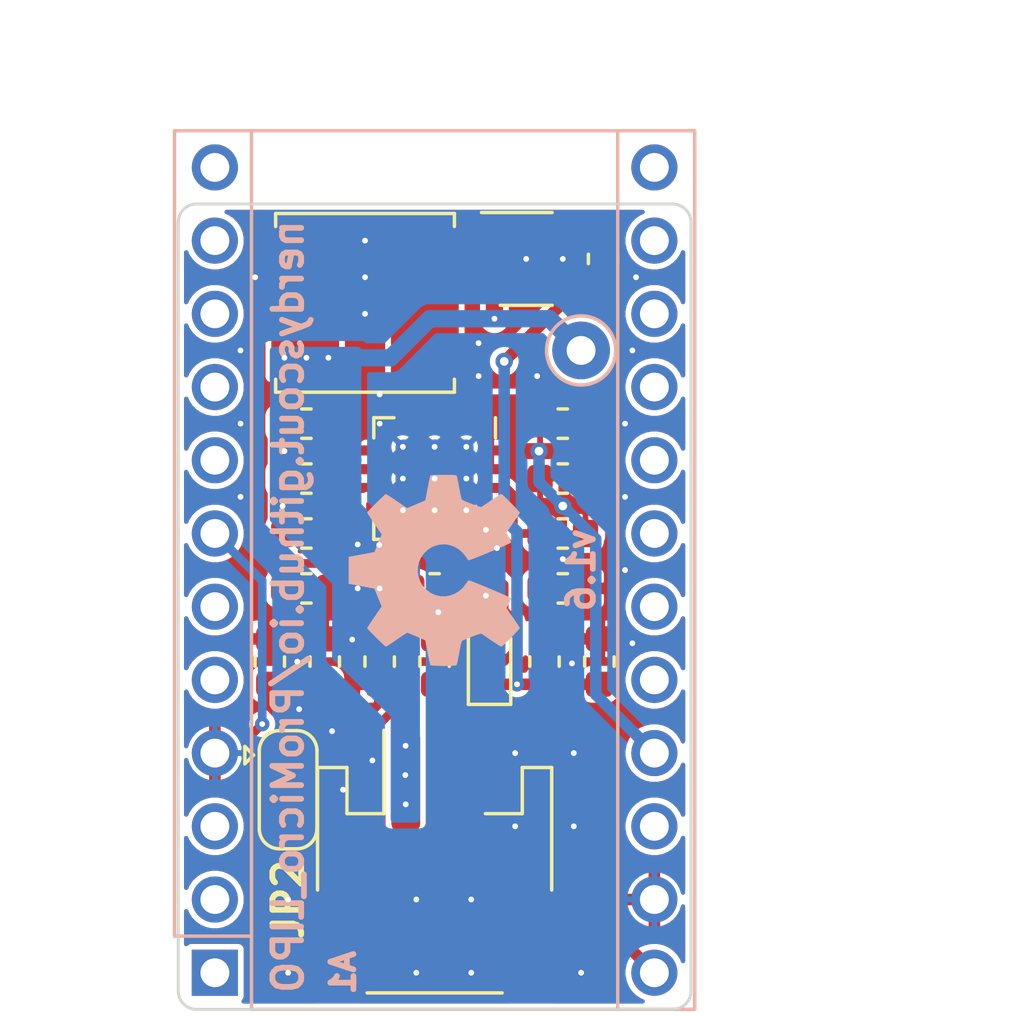
<source format=kicad_pcb>
(kicad_pcb (version 20171130) (host pcbnew 5.1.5+dfsg1-2build2)
  (title_block (title ProMicro_LIPO) (date 2020-07-06) (rev v1.6) (company http://github.com/nerdyscout/ProMicro_LIPO) (comment 1 "CERN Open Hardware Licence v1.2"))
  (layers (0 F.Cu mixed) (31 B.Cu mixed) (34 B.Paste user) (35 F.Paste user) (36 B.SilkS user) (37 F.SilkS user) (38 B.Mask user) (39 F.Mask user) (44 Edge.Cuts user))
  (net 0 "")
  (net 1 GND)
  (net 2 "Net-(L1-Pad2)")
  (net 3 "Net-(D1-Pad2)")
  (net 4 "Net-(R3-Pad2)")
  (net 5 "Net-(R5-Pad2)")
  (net 6 VBUS)
  (net 7 D4)
  (net 8 "Net-(R7-Pad2)")
  (net 9 "Net-(JP2-Pad1)")
  (net 10 +3V3)
  (net 11 VIN)
  (net 12 VBAT)
  (net 13 LDO)
  (net 14 EN)
  (module Symbol:OSHW-Symbol_6.7x6mm_SilkScreen (layer B.Cu) (at 70.993 100.965 270)
    (fp_text reference LOGO1 hide)
    (fp_text value Logo_Open_Hardware_Small hide)
    (fp_poly (pts (xy 0.555814 2.531069) (xy 0.639635 2.086445) (xy 0.94892 1.958947) (xy 1.258206 1.831449) (xy 1.629246 2.083754) (xy 1.733157 2.154004) (xy 1.827087 2.216728) (xy 1.906652 2.269062) (xy 1.96747 2.308143) (xy 2.005157 2.331107) (xy 2.015421 2.336058) (xy 2.03391 2.323324) (xy 2.07342 2.288118) (xy 2.129522 2.234938) (xy 2.197787 2.168282) (xy 2.273786 2.092646) (xy 2.353092 2.012528) (xy 2.431275 1.932426) (xy 2.503907 1.856836) (xy 2.566559 1.790255) (xy 2.614803 1.737182) (xy 2.64421 1.702113) (xy 2.651241 1.690377) (xy 2.641123 1.66874) (xy 2.612759 1.621338) (xy 2.569129 1.552807) (xy 2.513218 1.467785) (xy 2.448006 1.370907) (xy 2.410219 1.31565) (xy 2.341343 1.214752) (xy 2.28014 1.123701) (xy 2.229578 1.04703) (xy 2.192628 0.989272) (xy 2.172258 0.954957) (xy 2.169197 0.947746) (xy 2.176136 0.927252) (xy 2.195051 0.879487) (xy 2.223087 0.811168) (xy 2.257391 0.729011) (xy 2.295109 0.63973) (xy 2.333387 0.550042) (xy 2.36937 0.466662) (xy 2.400206 0.396306) (xy 2.423039 0.34569) (xy 2.435017 0.321529) (xy 2.435724 0.320578) (xy 2.454531 0.315964) (xy 2.504618 0.305672) (xy 2.580793 0.290713) (xy 2.677865 0.272099) (xy 2.790643 0.250841) (xy 2.856442 0.238582) (xy 2.97695 0.215638) (xy 3.085797 0.193805) (xy 3.177476 0.174278) (xy 3.246481 0.158252) (xy 3.287304 0.146921) (xy 3.295511 0.143326) (xy 3.303548 0.118994) (xy 3.310033 0.064041) (xy 3.31497 -0.015108) (xy 3.318364 -0.112026) (xy 3.320218 -0.220287) (xy 3.320538 -0.333465) (xy 3.319327 -0.445135) (xy 3.31659 -0.548868) (xy 3.312331 -0.638241) (xy 3.306555 -0.706826) (xy 3.299267 -0.748197) (xy 3.294895 -0.75681) (xy 3.268764 -0.767133) (xy 3.213393 -0.781892) (xy 3.136107 -0.799352) (xy 3.04423 -0.81778) (xy 3.012158 -0.823741) (xy 2.857524 -0.852066) (xy 2.735375 -0.874876) (xy 2.641673 -0.89308) (xy 2.572384 -0.907583) (xy 2.523471 -0.919292) (xy 2.490897 -0.929115) (xy 2.470628 -0.937956) (xy 2.458626 -0.946724) (xy 2.456947 -0.948457) (xy 2.440184 -0.976371) (xy 2.414614 -1.030695) (xy 2.382788 -1.104777) (xy 2.34726 -1.191965) (xy 2.310583 -1.285608) (xy 2.275311 -1.379052) (xy 2.243996 -1.465647) (xy 2.219193 -1.53874) (xy 2.203454 -1.591678) (xy 2.199332 -1.617811) (xy 2.199676 -1.618726) (xy 2.213641 -1.640086) (xy 2.245322 -1.687084) (xy 2.291391 -1.754827) (xy 2.348518 -1.838423) (xy 2.413373 -1.932982) (xy 2.431843 -1.959854) (xy 2.497699 -2.057275) (xy 2.55565 -2.146163) (xy 2.602538 -2.221412) (xy 2.635207 -2.27792) (xy 2.6505 -2.310581) (xy 2.651241 -2.314593) (xy 2.638392 -2.335684) (xy 2.602888 -2.377464) (xy 2.549293 -2.435445) (xy 2.482171 -2.505135) (xy 2.406087 -2.582045) (xy 2.325604 -2.661683) (xy 2.245287 -2.739561) (xy 2.169699 -2.811186) (xy 2.103405 -2.87207) (xy 2.050969 -2.917721) (xy 2.016955 -2.94365) (xy 2.007545 -2.947883) (xy 1.985643 -2.937912) (xy 1.9408 -2.91102) (xy 1.880321 -2.871736) (xy 1.833789 -2.840117) (xy 1.749475 -2.782098) (xy 1.649626 -2.713784) (xy 1.549473 -2.645579) (xy 1.495627 -2.609075) (xy 1.313371 -2.4858) (xy 1.160381 -2.56852) (xy 1.090682 -2.604759) (xy 1.031414 -2.632926) (xy 0.991311 -2.648991) (xy 0.981103 -2.651226) (xy 0.968829 -2.634722) (xy 0.944613 -2.588082) (xy 0.910263 -2.515609) (xy 0.867588 -2.421606) (xy 0.818394 -2.310374) (xy 0.76449 -2.186215) (xy 0.707684 -2.053432) (xy 0.649782 -1.916327) (xy 0.592593 -1.779202) (xy 0.537924 -1.646358) (xy 0.487584 -1.522098) (xy 0.44338 -1.410725) (xy 0.407119 -1.316539) (xy 0.380609 -1.243844) (xy 0.365658 -1.196941) (xy 0.363254 -1.180833) (xy 0.382311 -1.160286) (xy 0.424036 -1.126933) (xy 0.479706 -1.087702) (xy 0.484378 -1.084599) (xy 0.628264 -0.969423) (xy 0.744283 -0.835053) (xy 0.83143 -0.685784) (xy 0.888699 -0.525913) (xy 0.915086 -0.359737) (xy 0.909585 -0.191552) (xy 0.87119 -0.025655) (xy 0.798895 0.133658) (xy 0.777626 0.168513) (xy 0.666996 0.309263) (xy 0.536302 0.422286) (xy 0.390064 0.506997) (xy 0.232808 0.562806) (xy 0.069057 0.589126) (xy -0.096667 0.58537) (xy -0.259838 0.55095) (xy -0.415935 0.485277) (xy -0.560433 0.387765) (xy -0.605131 0.348187) (xy -0.718888 0.224297) (xy -0.801782 0.093876) (xy -0.858644 -0.052315) (xy -0.890313 -0.197088) (xy -0.898131 -0.35986) (xy -0.872062 -0.52344) (xy -0.814755 -0.682298) (xy -0.728856 -0.830906) (xy -0.617014 -0.963735) (xy -0.481877 -1.075256) (xy -0.464117 -1.087011) (xy -0.40785 -1.125508) (xy -0.365077 -1.158863) (xy -0.344628 -1.18016) (xy -0.344331 -1.180833) (xy -0.348721 -1.203871) (xy -0.366124 -1.256157) (xy -0.394732 -1.33339) (xy -0.432735 -1.431268) (xy -0.478326 -1.545491) (xy -0.529697 -1.671758) (xy -0.585038 -1.805767) (xy -0.642542 -1.943218) (xy -0.700399 -2.079808) (xy -0.756802 -2.211237) (xy -0.809942 -2.333205) (xy -0.85801 -2.441409) (xy -0.899199 -2.531549) (xy -0.931699 -2.599323) (xy -0.953703 -2.64043) (xy -0.962564 -2.651226) (xy -0.98964 -2.642819) (xy -1.040303 -2.620272) (xy -1.105817 -2.587613) (xy -1.141841 -2.56852) (xy -1.294832 -2.4858) (xy -1.477088 -2.609075) (xy -1.570125 -2.672228) (xy -1.671985 -2.741727) (xy -1.767438 -2.807165) (xy -1.81525 -2.840117) (xy -1.882495 -2.885273) (xy -1.939436 -2.921057) (xy -1.978646 -2.942938) (xy -1.991381 -2.947563) (xy -2.009917 -2.935085) (xy -2.050941 -2.900252) (xy -2.110475 -2.846678) (xy -2.184542 -2.777983) (xy -2.269165 -2.697781) (xy -2.322685 -2.646286) (xy -2.416319 -2.554286) (xy -2.497241 -2.471999) (xy -2.562177 -2.402945) (xy -2.607858 -2.350644) (xy -2.631011 -2.318616) (xy -2.633232 -2.312116) (xy -2.622924 -2.287394) (xy -2.594439 -2.237405) (xy -2.550937 -2.167212) (xy -2.495577 -2.081875) (xy -2.43152 -1.986456) (xy -2.413303 -1.959854) (xy -2.346927 -1.863167) (xy -2.287378 -1.776117) (xy -2.237984 -1.703595) (xy -2.202075 -1.650493) (xy -2.182981 -1.621703) (xy -2.181136 -1.618726) (xy -2.183895 -1.595782) (xy -2.198538 -1.545336) (xy -2.222513 -1.474041) (xy -2.253266 -1.388547) (xy -2.288244 -1.295507) (xy -2.324893 -1.201574) (xy -2.360661 -1.113399) (xy -2.392994 -1.037634) (xy -2.419338 -0.980931) (xy -2.437142 -0.949943) (xy -2.438407 -0.948457) (xy -2.449294 -0.939601) (xy -2.467682 -0.930843) (xy -2.497606 -0.921277) (xy -2.543103 -0.909996) (xy -2.608209 -0.896093) (xy -2.696961 -0.878663) (xy -2.813393 -0.856798) (xy -2.961542 -0.829591) (xy -2.993618 -0.823741) (xy -3.088686 -0.805374) (xy -3.171565 -0.787405) (xy -3.23493 -0.771569) (xy -3.271458 -0.7596) (xy -3.276356 -0.75681) (xy -3.284427 -0.732072) (xy -3.290987 -0.67679) (xy -3.296033 -0.597389) (xy -3.299559 -0.500296) (xy -3.301561 -0.391938) (xy -3.302036 -0.27874) (xy -3.300977 -0.167128) (xy -3.298382 -0.063529) (xy -3.294246 0.025632) (xy -3.288563 0.093928) (xy -3.281331 0.134934) (xy -3.276971 0.143326) (xy -3.252698 0.151792) (xy -3.197426 0.165565) (xy -3.116662 0.18345) (xy -3.015912 0.204252) (xy -2.900683 0.226777) (xy -2.837902 0.238582) (xy -2.718787 0.260849) (xy -2.612565 0.281021) (xy -2.524427 0.298085) (xy -2.459566 0.311031) (xy -2.423174 0.318845) (xy -2.417184 0.320578) (xy -2.407061 0.34011) (xy -2.385662 0.387157) (xy -2.355839 0.454997) (xy -2.320445 0.536909) (xy -2.282332 0.626172) (xy -2.244353 0.716065) (xy -2.20936 0.799865) (xy -2.180206 0.870853) (xy -2.159743 0.922306) (xy -2.150823 0.947503) (xy -2.150657 0.948604) (xy -2.160769 0.968481) (xy -2.189117 1.014223) (xy -2.232723 1.081283) (xy -2.288606 1.165116) (xy -2.353787 1.261174) (xy -2.391679 1.31635) (xy -2.460725 1.417519) (xy -2.52205 1.50937) (xy -2.572663 1.587256) (xy -2.609571 1.646531) (xy -2.629782 1.682549) (xy -2.632701 1.690623) (xy -2.620153 1.709416) (xy -2.585463 1.749543) (xy -2.533063 1.806507) (xy -2.467384 1.875815) (xy -2.392856 1.952969) (xy -2.313913 2.033475) (xy -2.234983 2.112837) (xy -2.1605 2.18656) (xy -2.094894 2.250148) (xy -2.042596 2.299106) (xy -2.008039 2.328939) (xy -1.996478 2.336058) (xy -1.977654 2.326047) (xy -1.932631 2.297922) (xy -1.865787 2.254546) (xy -1.781499 2.198782) (xy -1.684144 2.133494) (xy -1.610707 2.083754) (xy -1.239667 1.831449) (xy -0.621095 2.086445) (xy -0.537275 2.531069) (xy -0.453454 2.975693) (xy 0.471994 2.975693) (xy 0.555814 2.531069)) (layer B.SilkS) (width 0.01))
  )
  (module Module:Sparkfun_Pro_Micro (layer B.Cu) (at 63.373 114.935)
    (fp_text reference A1 (at 4.445 0 90) (layer B.SilkS) (effects (font (size 0.8 0.8) (thickness 0.2)) (justify mirror)))
    (fp_text value Sparkfun_Pro_Micro_3V3)
    (fp_line (start -1.4 -1.27) (end -1.4 -29.21) (layer B.SilkS) (width 0.12))
    (fp_line (start 13.97 1.27) (end 13.97 -29.21) (layer B.SilkS) (width 0.12))
    (fp_line (start 1.27 -1.27) (end -1.4 -1.27) (layer B.SilkS) (width 0.12))
    (fp_line (start 1.27 1.27) (end 1.27 -29.21) (layer B.SilkS) (width 0.12))
    (fp_line (start -1.4 -29.21) (end 16.64 -29.21) (layer B.SilkS) (width 0.12))
    (fp_line (start 16.64 -29.21) (end 16.64 1.27) (layer B.SilkS) (width 0.12))
    (fp_line (start 16.64 1.27) (end 1.27 1.27) (layer B.SilkS) (width 0.12))
    (pad 24 thru_hole oval (at 15.24 0) (size 1.6 1.6) (drill 1) (layers *.Cu *.Mask) (net 6 VBUS))
    (pad 23 thru_hole oval (at 15.24 -2.54) (size 1.6 1.6) (drill 1) (layers *.Cu *.Mask) (net 1 GND))
    (pad 22 thru_hole oval (at 15.24 -5.08) (size 1.6 1.6) (drill 1) (layers *.Cu *.Mask))
    (pad 12 thru_hole oval (at 0 -27.94) (size 1.6 1.6) (drill 1) (layers *.Cu *.Mask))
    (pad 21 thru_hole oval (at 15.24 -7.62) (size 1.6 1.6) (drill 1) (layers *.Cu *.Mask) (net 10 +3V3))
    (pad 11 thru_hole oval (at 0 -25.4) (size 1.6 1.6) (drill 1) (layers *.Cu *.Mask))
    (pad 20 thru_hole oval (at 15.24 -10.16) (size 1.6 1.6) (drill 1) (layers *.Cu *.Mask))
    (pad 10 thru_hole oval (at 0 -22.86) (size 1.6 1.6) (drill 1) (layers *.Cu *.Mask))
    (pad 19 thru_hole oval (at 15.24 -12.7) (size 1.6 1.6) (drill 1) (layers *.Cu *.Mask))
    (pad 9 thru_hole oval (at 0 -20.32) (size 1.6 1.6) (drill 1) (layers *.Cu *.Mask))
    (pad 18 thru_hole oval (at 15.24 -15.24) (size 1.6 1.6) (drill 1) (layers *.Cu *.Mask))
    (pad 8 thru_hole oval (at 0 -17.78) (size 1.6 1.6) (drill 1) (layers *.Cu *.Mask))
    (pad 17 thru_hole oval (at 15.24 -17.78) (size 1.6 1.6) (drill 1) (layers *.Cu *.Mask))
    (pad 7 thru_hole oval (at 0 -15.24) (size 1.6 1.6) (drill 1) (layers *.Cu *.Mask) (net 7 D4))
    (pad 16 thru_hole oval (at 15.24 -20.32) (size 1.6 1.6) (drill 1) (layers *.Cu *.Mask))
    (pad 6 thru_hole oval (at 0 -12.7) (size 1.6 1.6) (drill 1) (layers *.Cu *.Mask))
    (pad 15 thru_hole oval (at 15.24 -22.86) (size 1.6 1.6) (drill 1) (layers *.Cu *.Mask))
    (pad 5 thru_hole oval (at 0 -10.16) (size 1.6 1.6) (drill 1) (layers *.Cu *.Mask))
    (pad 14 thru_hole oval (at 15.24 -25.4) (size 1.6 1.6) (drill 1) (layers *.Cu *.Mask))
    (pad 4 thru_hole oval (at 0 -7.62) (size 1.6 1.6) (drill 1) (layers *.Cu *.Mask) (net 1 GND))
    (pad 13 thru_hole oval (at 15.24 -27.94) (size 1.6 1.6) (drill 1) (layers *.Cu *.Mask))
    (pad 3 thru_hole oval (at 0 -5.08) (size 1.6 1.6) (drill 1) (layers *.Cu *.Mask))
    (pad 2 thru_hole oval (at 0 -2.54) (size 1.6 1.6) (drill 1) (layers *.Cu *.Mask))
    (pad 1 thru_hole rect (at 0 0) (size 1.6 1.6) (drill 1) (layers *.Cu *.Mask))
  )
  (module TestPoint:TestPoint_THTPad_D2.0mm_Drill1.0mm (layer B.Cu) (at 76.073 93.345)
    (fp_text reference TP1 hide)
    (fp_text value VBAT)
    (fp_circle (center 0 0) (end 0 -1.2) (layer B.SilkS) (width 0.12))
    (pad 1 thru_hole circle (at 0 0) (size 2 2) (drill 1) (layers *.Cu *.Mask) (net 12 VBAT))
  )
  (module Inductor_SMD:L_Bourns_SRN6045TA (layer F.Cu) (at 68.58 91.694)
    (fp_text reference L1 hide)
    (fp_text value 6.8µ/2A hide)
    (fp_line (start -3.1 -3.1) (end -3.1 -2.65) (layer F.SilkS) (width 0.12))
    (fp_line (start -3.1 3.1) (end -3.1 2.65) (layer F.SilkS) (width 0.12))
    (fp_line (start 3.1 3.1) (end 3.1 2.65) (layer F.SilkS) (width 0.12))
    (fp_line (start 3.1 3.1) (end -3.1 3.1) (layer F.SilkS) (width 0.12))
    (fp_line (start 3.1 -3.1) (end 3.1 -2.65) (layer F.SilkS) (width 0.12))
    (fp_line (start -3.1 -3.1) (end 3.1 -3.1) (layer F.SilkS) (width 0.12))
    (pad 2 smd rect (at 2.075 0) (size 2.35 5.1) (layers F.Cu F.Paste F.Mask) (net 2 "Net-(L1-Pad2)"))
    (pad 1 smd rect (at -2.075 0) (size 2.35 5.1) (layers F.Cu F.Paste F.Mask) (net 12 VBAT))
  )
  (module Capacitor_SMD:C_0603_1608Metric (layer F.Cu) (at 66.548 95.885 180)
    (fp_text reference C3 hide)
    (fp_text value 4.7µ hide)
    (fp_line (start -0.162779 0.51) (end 0.162779 0.51) (layer F.SilkS) (width 0.12))
    (fp_line (start -0.162779 -0.51) (end 0.162779 -0.51) (layer F.SilkS) (width 0.12))
    (pad 2 smd roundrect (at 0.7875 0 180) (size 0.875 0.95) (layers F.Cu F.Paste F.Mask) (net 12 VBAT))
    (pad 1 smd roundrect (at -0.7875 0 180) (size 0.875 0.95) (layers F.Cu F.Paste F.Mask) (net 1 GND))
  )
  (module Capacitor_SMD:C_0603_1608Metric (layer F.Cu) (at 75.438 95.885)
    (fp_text reference C6 hide)
    (fp_text value 1µ hide)
    (fp_line (start -0.162779 0.51) (end 0.162779 0.51) (layer F.SilkS) (width 0.12))
    (fp_line (start -0.162779 -0.51) (end 0.162779 -0.51) (layer F.SilkS) (width 0.12))
    (pad 2 smd roundrect (at 0.7875 0) (size 0.875 0.95) (layers F.Cu F.Paste F.Mask) (net 1 GND))
    (pad 1 smd roundrect (at -0.7875 0) (size 0.875 0.95) (layers F.Cu F.Paste F.Mask) (net 10 +3V3))
  )
  (module Capacitor_SMD:C_0603_1608Metric (layer F.Cu) (at 75.438 97.79)
    (fp_text reference C7 hide)
    (fp_text value 4.7µ hide)
    (fp_line (start -0.162779 0.51) (end 0.162779 0.51) (layer F.SilkS) (width 0.12))
    (fp_line (start -0.162779 -0.51) (end 0.162779 -0.51) (layer F.SilkS) (width 0.12))
    (pad 2 smd roundrect (at 0.7875 0) (size 0.875 0.95) (layers F.Cu F.Paste F.Mask) (net 1 GND))
    (pad 1 smd roundrect (at -0.7875 0) (size 0.875 0.95) (layers F.Cu F.Paste F.Mask) (net 10 +3V3))
  )
  (module Capacitor_SMD:C_0603_1608Metric (layer F.Cu) (at 69.088 104.14 270)
    (fp_text reference C5 hide)
    (fp_text value 100n hide)
    (fp_line (start -0.162779 0.51) (end 0.162779 0.51) (layer F.SilkS) (width 0.12))
    (fp_line (start -0.162779 -0.51) (end 0.162779 -0.51) (layer F.SilkS) (width 0.12))
    (pad 2 smd roundrect (at 0.7875 0 270) (size 0.875 0.95) (layers F.Cu F.Paste F.Mask) (net 1 GND))
    (pad 1 smd roundrect (at -0.7875 0 270) (size 0.875 0.95) (layers F.Cu F.Paste F.Mask) (net 12 VBAT))
  )
  (module Capacitor_SMD:C_0603_1608Metric (layer F.Cu) (at 66.548 97.79 180)
    (fp_text reference C4 hide)
    (fp_text value 10µ hide)
    (fp_line (start -0.162779 0.51) (end 0.162779 0.51) (layer F.SilkS) (width 0.12))
    (fp_line (start -0.162779 -0.51) (end 0.162779 -0.51) (layer F.SilkS) (width 0.12))
    (pad 2 smd roundrect (at 0.7875 0 180) (size 0.875 0.95) (layers F.Cu F.Paste F.Mask) (net 12 VBAT))
    (pad 1 smd roundrect (at -0.7875 0 180) (size 0.875 0.95) (layers F.Cu F.Paste F.Mask) (net 1 GND))
  )
  (module Resistor_SMD:R_0603_1608Metric (layer F.Cu) (at 75.438 101.6)
    (fp_text reference R8 hide)
    (fp_text value 200k hide)
    (fp_line (start -0.162779 0.51) (end 0.162779 0.51) (layer F.SilkS) (width 0.12))
    (fp_line (start -0.162779 -0.51) (end 0.162779 -0.51) (layer F.SilkS) (width 0.12))
    (pad 2 smd roundrect (at 0.7875 0) (size 0.875 0.95) (layers F.Cu F.Paste F.Mask) (net 1 GND))
    (pad 1 smd roundrect (at -0.7875 0) (size 0.875 0.95) (layers F.Cu F.Paste F.Mask) (net 8 "Net-(R7-Pad2)"))
  )
  (module Resistor_SMD:R_0603_1608Metric (layer F.Cu) (at 75.438 99.695 180)
    (fp_text reference R7 hide)
    (fp_text value 1.1M hide)
    (fp_line (start -0.162779 0.51) (end 0.162779 0.51) (layer F.SilkS) (width 0.12))
    (fp_line (start -0.162779 -0.51) (end 0.162779 -0.51) (layer F.SilkS) (width 0.12))
    (pad 2 smd roundrect (at 0.7875 0 180) (size 0.875 0.95) (layers F.Cu F.Paste F.Mask) (net 8 "Net-(R7-Pad2)"))
    (pad 1 smd roundrect (at -0.7875 0 180) (size 0.875 0.95) (layers F.Cu F.Paste F.Mask) (net 10 +3V3))
  )
  (module Resistor_SMD:R_0603_1608Metric (layer F.Cu) (at 66.548 99.695)
    (fp_text reference R6 hide)
    (fp_text value 390k hide)
    (fp_line (start -0.162779 0.51) (end 0.162779 0.51) (layer F.SilkS) (width 0.12))
    (fp_line (start -0.162779 -0.51) (end 0.162779 -0.51) (layer F.SilkS) (width 0.12))
    (pad 2 smd roundrect (at 0.7875 0) (size 0.875 0.95) (layers F.Cu F.Paste F.Mask) (net 1 GND))
    (pad 1 smd roundrect (at -0.7875 0) (size 0.875 0.95) (layers F.Cu F.Paste F.Mask) (net 5 "Net-(R5-Pad2)"))
  )
  (module Resistor_SMD:R_0603_1608Metric (layer F.Cu) (at 66.548 101.6 180)
    (fp_text reference R5 hide)
    (fp_text value 2.4M hide)
    (fp_line (start -0.162779 0.51) (end 0.162779 0.51) (layer F.SilkS) (width 0.12))
    (fp_line (start -0.162779 -0.51) (end 0.162779 -0.51) (layer F.SilkS) (width 0.12))
    (pad 2 smd roundrect (at 0.7875 0 180) (size 0.875 0.95) (layers F.Cu F.Paste F.Mask) (net 5 "Net-(R5-Pad2)"))
    (pad 1 smd roundrect (at -0.7875 0 180) (size 0.875 0.95) (layers F.Cu F.Paste F.Mask) (net 12 VBAT))
  )
  (module Resistor_SMD:R_0603_1608Metric (layer F.Cu) (at 70.993 101.6 180)
    (fp_text reference R4 hide)
    (fp_text value 200k hide)
    (fp_line (start -0.162779 0.51) (end 0.162779 0.51) (layer F.SilkS) (width 0.12))
    (fp_line (start -0.162779 -0.51) (end 0.162779 -0.51) (layer F.SilkS) (width 0.12))
    (pad 2 smd roundrect (at 0.7875 0 180) (size 0.875 0.95) (layers F.Cu F.Paste F.Mask) (net 12 VBAT))
    (pad 1 smd roundrect (at -0.7875 0 180) (size 0.875 0.95) (layers F.Cu F.Paste F.Mask) (net 14 EN))
  )
  (module Resistor_SMD:R_0603_1608Metric (layer F.Cu) (at 76.835 90.17 90)
    (fp_text reference R3 hide)
    (fp_text value 2k hide)
    (fp_line (start -0.162779 0.51) (end 0.162779 0.51) (layer F.SilkS) (width 0.12))
    (fp_line (start -0.162779 -0.51) (end 0.162779 -0.51) (layer F.SilkS) (width 0.12))
    (pad 2 smd roundrect (at 0.7875 0 90) (size 0.875 0.95) (layers F.Cu F.Paste F.Mask) (net 4 "Net-(R3-Pad2)"))
    (pad 1 smd roundrect (at -0.7875 0 90) (size 0.875 0.95) (layers F.Cu F.Paste F.Mask) (net 1 GND))
  )
  (module Package_DFN_QFN:Texas_S-PVQFN-N16_EP2.7x2.7mm_ThermalVias (layer F.Cu) (at 70.993 97.79 270)
    (fp_text reference U2 hide)
    (fp_text value TPS61090 hide)
    (fp_line (start -1.41 -2.11) (end -2.11 -2.11) (layer F.SilkS) (width 0.12))
    (fp_line (start 2.11 2.11) (end 2.11 1.41) (layer F.SilkS) (width 0.12))
    (fp_line (start 1.41 2.11) (end 2.11 2.11) (layer F.SilkS) (width 0.12))
    (fp_line (start -2.11 2.11) (end -2.11 1.41) (layer F.SilkS) (width 0.12))
    (fp_line (start -1.41 2.11) (end -2.11 2.11) (layer F.SilkS) (width 0.12))
    (fp_line (start 2.11 -2.11) (end 2.11 -1.41) (layer F.SilkS) (width 0.12))
    (fp_line (start 1.41 -2.11) (end 2.11 -2.11) (layer F.SilkS) (width 0.12))
    (pad 16 smd roundrect (at -0.975 -1.9625 270) (size 0.35 0.825) (layers F.Cu F.Paste F.Mask) (net 10 +3V3))
    (pad 15 smd roundrect (at -0.325 -1.9625 270) (size 0.35 0.825) (layers F.Cu F.Paste F.Mask) (net 10 +3V3))
    (pad 14 smd roundrect (at 0.325 -1.9625 270) (size 0.35 0.825) (layers F.Cu F.Paste F.Mask) (net 8 "Net-(R7-Pad2)"))
    (pad 13 smd roundrect (at 0.975 -1.9625 270) (size 0.35 0.825) (layers F.Cu F.Paste F.Mask) (net 1 GND))
    (pad 12 smd roundrect (at 1.9625 -0.975 270) (size 0.825 0.35) (layers F.Cu F.Paste F.Mask) (net 13 LDO))
    (pad 11 smd roundrect (at 1.9625 -0.325 270) (size 0.825 0.35) (layers F.Cu F.Paste F.Mask) (net 14 EN))
    (pad 10 smd roundrect (at 1.9625 0.325 270) (size 0.825 0.35) (layers F.Cu F.Paste F.Mask) (net 1 GND))
    (pad 9 smd roundrect (at 1.9625 0.975 270) (size 0.825 0.35) (layers F.Cu F.Paste F.Mask) (net 5 "Net-(R5-Pad2)"))
    (pad 8 smd roundrect (at 0.975 1.9625 270) (size 0.35 0.825) (layers F.Cu F.Paste F.Mask) (net 12 VBAT))
    (pad 7 smd roundrect (at 0.325 1.9625 270) (size 0.35 0.825) (layers F.Cu F.Paste F.Mask) (net 1 GND))
    (pad 6 smd roundrect (at -0.325 1.9625 270) (size 0.35 0.825) (layers F.Cu F.Paste F.Mask) (net 1 GND))
    (pad 5 smd roundrect (at -0.975 1.9625 270) (size 0.35 0.825) (layers F.Cu F.Paste F.Mask) (net 1 GND))
    (pad 4 smd roundrect (at -1.9625 0.975 270) (size 0.825 0.35) (layers F.Cu F.Paste F.Mask) (net 2 "Net-(L1-Pad2)"))
    (pad 3 smd roundrect (at -1.9625 0.325 270) (size 0.825 0.35) (layers F.Cu F.Paste F.Mask) (net 2 "Net-(L1-Pad2)"))
    (pad 2 smd roundrect (at -1.9625 -0.325 270) (size 0.825 0.35) (layers F.Cu F.Paste F.Mask))
    (pad 1 smd roundrect (at -1.9625 -0.975 270) (size 0.825 0.35) (layers F.Cu F.Paste F.Mask) (net 10 +3V3))
    (pad 17 smd roundrect (at 0 0 270) (size 2.7 2.7) (layers B.Cu) (roundrect_rratio 0.09300000000000001) (net 1 GND))
    (pad 17 thru_hole circle (at 1.1 1.1 270) (size 0.5 0.5) (drill 0.2) (layers *.Cu) (net 1 GND))
    (pad 17 thru_hole circle (at 0 1.1 270) (size 0.5 0.5) (drill 0.2) (layers *.Cu) (net 1 GND))
    (pad 17 thru_hole circle (at -1.1 1.1 270) (size 0.5 0.5) (drill 0.2) (layers *.Cu) (net 1 GND))
    (pad 17 thru_hole circle (at 1.1 0 270) (size 0.5 0.5) (drill 0.2) (layers *.Cu) (net 1 GND))
    (pad 17 thru_hole circle (at 0 0 270) (size 0.5 0.5) (drill 0.2) (layers *.Cu) (net 1 GND))
    (pad 17 thru_hole circle (at -1.1 0 270) (size 0.5 0.5) (drill 0.2) (layers *.Cu) (net 1 GND))
    (pad 17 thru_hole circle (at 1.1 -1.1 270) (size 0.5 0.5) (drill 0.2) (layers *.Cu) (net 1 GND))
    (pad 17 thru_hole circle (at 0 -1.1 270) (size 0.5 0.5) (drill 0.2) (layers *.Cu) (net 1 GND))
    (pad 17 thru_hole circle (at -1.1 -1.1 270) (size 0.5 0.5) (drill 0.2) (layers *.Cu) (net 1 GND))
    (pad 17 smd roundrect (at 0 0 270) (size 2.7 2.7) (layers F.Cu F.Mask) (roundrect_rratio 0.09259299999999999) (net 1 GND))
  )
  (module Package_TO_SOT_SMD:SOT-23-5 (layer F.Cu) (at 74.168 90.17)
    (fp_text reference U1 hide)
    (fp_text value MCP73831-2-OT hide)
    (fp_line (start 0.9 -1.61) (end -1.55 -1.61) (layer F.SilkS) (width 0.12))
    (fp_line (start -0.9 1.61) (end 0.9 1.61) (layer F.SilkS) (width 0.12))
    (pad 5 smd rect (at 1.1 -0.95) (size 1.06 0.65) (layers F.Cu F.Paste F.Mask) (net 4 "Net-(R3-Pad2)"))
    (pad 4 smd rect (at 1.1 0.95) (size 1.06 0.65) (layers F.Cu F.Paste F.Mask) (net 11 VIN))
    (pad 3 smd rect (at -1.1 0.95) (size 1.06 0.65) (layers F.Cu F.Paste F.Mask) (net 12 VBAT))
    (pad 2 smd rect (at -1.1 0) (size 1.06 0.65) (layers F.Cu F.Paste F.Mask) (net 1 GND))
    (pad 1 smd rect (at -1.1 -0.95) (size 1.06 0.65) (layers F.Cu F.Paste F.Mask))
  )
  (module Jumper:SolderJumper-3_P1.3mm_Open_RoundedPad1.0x1.5mm (layer F.Cu) (at 65.913 108.585 270)
    (fp_text reference JP2 (at 3.81 0 90) (layer F.SilkS) (effects (font (thickness 0.2))))
    (fp_text value SolderJumper_3_Open hide)
    (fp_arc (start -1.35 -0.3) (end -1.35 -1) (angle -90) (layer F.SilkS) (width 0.12))
    (fp_arc (start -1.35 0.3) (end -2.05 0.3) (angle -90) (layer F.SilkS) (width 0.12))
    (fp_arc (start 1.35 0.3) (end 1.35 1) (angle -90) (layer F.SilkS) (width 0.12))
    (fp_arc (start 1.35 -0.3) (end 2.05 -0.3) (angle -90) (layer F.SilkS) (width 0.12))
    (fp_line (start -1.4 -1) (end 1.4 -1) (layer F.SilkS) (width 0.12))
    (fp_line (start 2.05 -0.3) (end 2.05 0.3) (layer F.SilkS) (width 0.12))
    (fp_line (start 1.4 1) (end -1.4 1) (layer F.SilkS) (width 0.12))
    (fp_line (start -2.05 0.3) (end -2.05 -0.3) (layer F.SilkS) (width 0.12))
    (fp_line (start -1.2 1.2) (end -1.5 1.5) (layer F.SilkS) (width 0.12))
    (fp_line (start -1.5 1.5) (end -0.9 1.5) (layer F.SilkS) (width 0.12))
    (fp_line (start -1.2 1.2) (end -0.9 1.5) (layer F.SilkS) (width 0.12))
    (pad 2 smd rect (at 0 0 270) (size 1 1.5) (layers F.Cu F.Mask) (net 7 D4))
    (pad 3 smd custom (at 1.3 0 270) (size 1 0.5) (layers F.Cu F.Mask) (net 13 LDO) (options (clearance outline) (anchor rect)) (primitives (gr_circle (center 0 0.25) (end 0.5 0.25) (width 0)) (gr_circle (center 0 -0.25) (end 0.5 -0.25) (width 0)) (gr_poly (pts (xy -0.55 -0.75) (xy 0 -0.75) (xy 0 0.75) (xy -0.55 0.75)) (width 0))))
    (pad 1 smd custom (at -1.3 0 270) (size 1 0.5) (layers F.Cu F.Mask) (net 9 "Net-(JP2-Pad1)") (options (clearance outline) (anchor rect)) (primitives (gr_circle (center 0 0.25) (end 0.5 0.25) (width 0)) (gr_circle (center 0 -0.25) (end 0.5 -0.25) (width 0)) (gr_poly (pts (xy 0.55 -0.75) (xy 0 -0.75) (xy 0 0.75) (xy 0.55 0.75)) (width 0))))
  )
  (module Connector_JST:JST_PH_S2B-PH-SM4-TB_1x02-1MP_P2.00mm_Horizontal (layer F.Cu) (at 70.993 111.125)
    (fp_text reference J1 hide)
    (fp_text value JST hide)
    (fp_line (start -2.34 4.51) (end 2.34 4.51) (layer F.SilkS) (width 0.12))
    (fp_line (start 3.04 -1.71) (end 1.76 -1.71) (layer F.SilkS) (width 0.12))
    (fp_line (start 3.04 -3.31) (end 3.04 -1.71) (layer F.SilkS) (width 0.12))
    (fp_line (start 4.06 -3.31) (end 3.04 -3.31) (layer F.SilkS) (width 0.12))
    (fp_line (start 4.06 0.94) (end 4.06 -3.31) (layer F.SilkS) (width 0.12))
    (fp_line (start -1.76 -1.71) (end -1.76 -4.6) (layer F.SilkS) (width 0.12))
    (fp_line (start -3.04 -1.71) (end -1.76 -1.71) (layer F.SilkS) (width 0.12))
    (fp_line (start -3.04 -3.31) (end -3.04 -1.71) (layer F.SilkS) (width 0.12))
    (fp_line (start -4.06 -3.31) (end -3.04 -3.31) (layer F.SilkS) (width 0.12))
    (fp_line (start -4.06 0.94) (end -4.06 -3.31) (layer F.SilkS) (width 0.12))
    (pad MP smd roundrect (at 3.35 2.9) (size 1.5 3.4) (layers F.Cu F.Paste F.Mask) (roundrect_rratio 0.166667))
    (pad MP smd roundrect (at -3.35 2.9) (size 1.5 3.4) (layers F.Cu F.Paste F.Mask) (roundrect_rratio 0.166667))
    (pad 2 smd roundrect (at 1 -2.85) (size 1 3.5) (layers F.Cu F.Paste F.Mask) (net 1 GND))
    (pad 1 smd roundrect (at -1 -2.85) (size 1 3.5) (layers F.Cu F.Paste F.Mask) (net 12 VBAT))
  )
  (module Resistor_SMD:R_0603_1608Metric (layer F.Cu) (at 65.278 104.14 90)
    (fp_text reference R2 hide)
    (fp_text value 390k hide)
    (fp_line (start -0.162779 0.51) (end 0.162779 0.51) (layer F.SilkS) (width 0.12))
    (fp_line (start -0.162779 -0.51) (end 0.162779 -0.51) (layer F.SilkS) (width 0.12))
    (pad 2 smd roundrect (at 0.7875 0 90) (size 0.875 0.95) (layers F.Cu F.Paste F.Mask) (net 1 GND))
    (pad 1 smd roundrect (at -0.7875 0 90) (size 0.875 0.95) (layers F.Cu F.Paste F.Mask) (net 9 "Net-(JP2-Pad1)"))
  )
  (module Resistor_SMD:R_0603_1608Metric (layer F.Cu) (at 67.183 104.14 270)
    (fp_text reference R1 hide)
    (fp_text value 390k hide)
    (fp_line (start -0.162779 0.51) (end 0.162779 0.51) (layer F.SilkS) (width 0.12))
    (fp_line (start -0.162779 -0.51) (end 0.162779 -0.51) (layer F.SilkS) (width 0.12))
    (pad 2 smd roundrect (at 0.7875 0 270) (size 0.875 0.95) (layers F.Cu F.Paste F.Mask) (net 9 "Net-(JP2-Pad1)"))
    (pad 1 smd roundrect (at -0.7875 0 270) (size 0.875 0.95) (layers F.Cu F.Paste F.Mask) (net 12 VBAT))
  )
  (module Capacitor_SMD:C_0603_1608Metric (layer F.Cu) (at 74.803 104.14 90)
    (fp_text reference C1 hide)
    (fp_text value 10µ hide)
    (fp_line (start -0.162779 0.51) (end 0.162779 0.51) (layer F.SilkS) (width 0.12))
    (fp_line (start -0.162779 -0.51) (end 0.162779 -0.51) (layer F.SilkS) (width 0.12))
    (pad 2 smd roundrect (at 0.7875 0 90) (size 0.875 0.95) (layers F.Cu F.Paste F.Mask) (net 1 GND))
    (pad 1 smd roundrect (at -0.7875 0 90) (size 0.875 0.95) (layers F.Cu F.Paste F.Mask) (net 11 VIN))
  )
  (module Fuse:Fuse_0603_1608Metric (layer F.Cu) (at 70.993 104.14 90)
    (fp_text reference F1 hide)
    (fp_text value 500mA hide)
    (fp_line (start -0.162779 0.51) (end 0.162779 0.51) (layer F.SilkS) (width 0.12))
    (fp_line (start -0.162779 -0.51) (end 0.162779 -0.51) (layer F.SilkS) (width 0.12))
    (pad 2 smd roundrect (at 0.7875 0 90) (size 0.875 0.95) (layers F.Cu F.Paste F.Mask) (net 3 "Net-(D1-Pad2)"))
    (pad 1 smd roundrect (at -0.7875 0 90) (size 0.875 0.95) (layers F.Cu F.Paste F.Mask) (net 6 VBUS))
  )
  (module Diode_SMD:D_0603_1608Metric (layer F.Cu) (at 72.898 104.14 90)
    (fp_text reference D1 hide)
    (fp_text value D hide)
    (fp_line (start -1.485 0.735) (end 0.8 0.735) (layer F.SilkS) (width 0.12))
    (fp_line (start -1.485 -0.735) (end -1.485 0.735) (layer F.SilkS) (width 0.12))
    (fp_line (start 0.8 -0.735) (end -1.485 -0.735) (layer F.SilkS) (width 0.12))
    (pad 2 smd roundrect (at 0.7875 0 90) (size 0.875 0.95) (layers F.Cu F.Paste F.Mask) (net 3 "Net-(D1-Pad2)"))
    (pad 1 smd roundrect (at -0.7875 0 90) (size 0.875 0.95) (layers F.Cu F.Paste F.Mask) (net 11 VIN))
  )
  (module Capacitor_SMD:C_0603_1608Metric (layer F.Cu) (at 76.708 104.14 270)
    (fp_text reference C2 hide)
    (fp_text value 100n hide)
    (fp_line (start -0.162779 0.51) (end 0.162779 0.51) (layer F.SilkS) (width 0.12))
    (fp_line (start -0.162779 -0.51) (end 0.162779 -0.51) (layer F.SilkS) (width 0.12))
    (pad 2 smd roundrect (at 0.7875 0 270) (size 0.875 0.95) (layers F.Cu F.Paste F.Mask) (net 11 VIN))
    (pad 1 smd roundrect (at -0.7875 0 270) (size 0.875 0.95) (layers F.Cu F.Paste F.Mask) (net 1 GND))
  )
  (gr_line (start 62.103 115.57) (end 62.103 88.9) (layer Edge.Cuts) (width 0.1))
  (gr_line (start 79.883 88.9) (end 79.883 115.57) (layer Edge.Cuts) (width 0.1))
  (gr_text v1.6 (at 76.073 100.965 90) (layer B.SilkS) (effects (font (size 0.9 0.9) (thickness 0.2)) (justify mirror)))
  (gr_arc (start 79.248 115.57) (end 79.248 116.205) (angle -90) (layer Edge.Cuts) (width 0.1))
  (gr_arc (start 62.738 115.57) (end 62.103 115.57) (angle -90) (layer Edge.Cuts) (width 0.1))
  (gr_arc (start 62.738 88.9) (end 62.738 88.265) (angle -90) (layer Edge.Cuts) (width 0.1))
  (gr_arc (start 79.248 88.9) (end 79.883 88.9) (angle -90) (layer Edge.Cuts) (width 0.1))
  (gr_text nerdyscout.github.io/ProMicro_LIPO (at 65.913 102.235 90) (layer B.SilkS) (effects (font (size 1 1) (thickness 0.2)) (justify mirror)))
  (gr_line (start 79.248 88.265) (end 62.738 88.265) (layer Edge.Cuts) (width 0.1))
  (gr_line (start 62.738 116.205) (end 79.248 116.205) (layer Edge.Cuts) (width 0.1))
  (via (at 67.818 108.585) (size 0.5) (drill 0.2) (layers F.Cu B.Cu) (net 1))
  (via (at 67.437 106.553) (size 0.5) (drill 0.2) (layers F.Cu B.Cu) (net 1))
  (via (at 66.294 105.791) (size 0.5) (drill 0.2) (layers F.Cu B.Cu) (net 1))
  (via (at 64.262 93.345) (size 0.5) (drill 0.2) (layers F.Cu B.Cu) (net 1))
  (via (at 71.12 102.4255) (size 0.45) (drill 0.2) (layers F.Cu B.Cu) (net 1))
  (via (at 68.834 107.569) (size 0.5) (drill 0.2) (layers F.Cu B.Cu) (net 1))
  (via (at 66.2305 104.14) (size 0.5) (drill 0.2) (layers F.Cu B.Cu) (net 1))
  (via (at 75.7555 104.2035) (size 0.5) (drill 0.2) (layers F.Cu B.Cu) (net 1))
  (via (at 72.263 114.935) (size 0.5) (drill 0.2) (layers F.Cu B.Cu) (net 1))
  (via (at 70.358 114.935) (size 0.5) (drill 0.2) (layers F.Cu B.Cu) (net 1))
  (via (at 70.358 112.395) (size 0.5) (drill 0.2) (layers F.Cu B.Cu) (net 1))
  (via (at 76.073 114.935) (size 0.5) (drill 0.2) (layers F.Cu B.Cu) (net 1))
  (via (at 65.913 112.395) (size 0.5) (drill 0.2) (layers F.Cu B.Cu) (net 1))
  (via (at 65.913 114.935) (size 0.5) (drill 0.2) (layers F.Cu B.Cu) (net 1))
  (via (at 72.771 99.568) (size 0.5) (drill 0.2) (layers F.Cu B.Cu) (net 1))
  (via (at 75.438 100.584) (size 0.5) (drill 0.2) (layers F.Cu B.Cu) (net 1))
  (via (at 73.787 109.855) (size 0.5) (drill 0.2) (layers F.Cu B.Cu) (net 1))
  (via (at 73.787 107.315) (size 0.5) (drill 0.2) (layers F.Cu B.Cu) (net 1))
  (via (at 69.088 95.885) (size 0.5) (drill 0.2) (layers F.Cu B.Cu) (net 1))
  (via (at 69.088 94.869) (size 0.5) (drill 0.2) (layers F.Cu B.Cu) (net 1))
  (via (at 64.77 90.805) (size 0.5) (drill 0.2) (layers F.Cu B.Cu) (net 1))
  (via (at 77.597 95.885) (size 0.5) (drill 0.2) (layers F.Cu B.Cu) (net 1))
  (via (at 77.597 98.425) (size 0.5) (drill 0.2) (layers F.Cu B.Cu) (net 1))
  (via (at 64.262 98.425) (size 0.5) (drill 0.2) (layers F.Cu B.Cu) (net 1))
  (via (at 64.262 95.885) (size 0.5) (drill 0.2) (layers F.Cu B.Cu) (net 1))
  (via (at 72.263 112.395) (size 0.5) (drill 0.2) (layers F.Cu B.Cu) (net 1))
  (via (at 72.771 101.854) (size 0.5) (drill 0.2) (layers F.Cu B.Cu) (net 1))
  (via (at 77.851 103.505) (size 0.5) (drill 0.2) (layers F.Cu B.Cu) (net 1))
  (via (at 75.819 109.855) (size 0.5) (drill 0.2) (layers F.Cu B.Cu) (net 1))
  (via (at 75.819 107.315) (size 0.5) (drill 0.2) (layers F.Cu B.Cu) (net 1))
  (via (at 68.58 90.805) (size 0.5) (drill 0.2) (layers F.Cu B.Cu) (net 1))
  (via (at 68.58 89.535) (size 0.5) (drill 0.2) (layers F.Cu B.Cu) (net 1))
  (via (at 68.58 92.075) (size 0.5) (drill 0.2) (layers F.Cu B.Cu) (net 1))
  (via (at 77.597 100.965) (size 0.5) (drill 0.2) (layers F.Cu B.Cu) (net 1))
  (via (at 73.152 100.203) (size 0.5) (drill 0.2) (layers F.Cu B.Cu) (net 1))
  (via (at 72.517 94.234) (size 0.5) (drill 0.2) (layers F.Cu B.Cu) (net 1))
  (via (at 74.168 90.17) (size 0.5) (drill 0.2) (layers F.Cu B.Cu) (net 1))
  (via (at 75.438 90.17) (size 0.5) (drill 0.2) (layers F.Cu B.Cu) (net 1))
  (via (at 77.851 93.345) (size 0.5) (drill 0.2) (layers F.Cu B.Cu) (net 1))
  (via (at 77.978 90.805) (size 0.5) (drill 0.2) (layers F.Cu B.Cu) (net 1))
  (via (at 72.517 93.091) (size 0.5) (drill 0.2) (layers F.Cu B.Cu) (net 1))
  (via (at 74.549 94.234) (size 0.5) (drill 0.2) (layers F.Cu B.Cu) (net 1))
  (segment (start 70.993 103.3525) (end 71.0262 103.3857) (width 0.25) (layer F.Cu) (net 3))
  (segment (start 72.8648 103.3857) (end 72.898 103.3525) (width 0.25) (layer F.Cu) (net 3))
  (segment (start 71.0262 103.3857) (end 72.8648 103.3857) (width 0.25) (layer F.Cu) (net 3))
  (segment (start 76.835 89.3825) (end 76.0475 89.3825) (width 0.4) (layer F.Cu) (net 4))
  (segment (start 75.268 89.22) (end 75.885 89.22) (width 0.4) (layer F.Cu) (net 4))
  (segment (start 75.885 89.22) (end 76.0475 89.3825) (width 0.4) (layer F.Cu) (net 4))
  (segment (start 70.018 100.289) (end 69.5705 100.7365) (width 0.3) (layer F.Cu) (net 5))
  (segment (start 70.018 99.7525) (end 70.018 100.289) (width 0.3) (layer F.Cu) (net 5))
  (segment (start 65.7605 100.7365) (end 69.5705 100.7365) (width 0.3) (layer F.Cu) (net 5))
  (segment (start 65.7605 100.7365) (end 65.7605 99.695) (width 0.3) (layer F.Cu) (net 5))
  (segment (start 65.7605 101.6) (end 65.7605 100.7365) (width 0.3) (layer F.Cu) (net 5))
  (segment (start 76.708 113.03) (end 78.613 114.935) (width 0.4) (layer F.Cu) (net 6))
  (segment (start 74.676 110.998) (end 76.708 113.03) (width 0.4) (layer F.Cu) (net 6))
  (segment (start 71.755 110.998) (end 74.676 110.998) (width 0.4) (layer F.Cu) (net 6))
  (segment (start 70.993 110.236) (end 71.755 110.998) (width 0.4) (layer F.Cu) (net 6))
  (segment (start 70.993 104.9275) (end 70.993 110.236) (width 0.4) (layer F.Cu) (net 6))
  (segment (start 65.913 108.585) (end 64.863 108.585) (width 0.3) (layer F.Cu) (net 7))
  (segment (start 64.863 108.585) (end 64.647001 108.369001) (width 0.3) (layer F.Cu) (net 7))
  (segment (start 64.647001 108.369001) (end 64.647001 106.675997) (width 0.3) (layer F.Cu) (net 7))
  (segment (start 64.764229 106.558769) (end 65.014228 106.30877) (width 0.3) (layer F.Cu) (net 7))
  (segment (start 63.373 99.695) (end 65.014228 101.336228) (width 0.3) (layer B.Cu) (net 7))
  (segment (start 64.647001 106.675997) (end 64.764229 106.558769) (width 0.3) (layer F.Cu) (net 7))
  (segment (start 65.014228 105.955217) (end 65.014228 106.30877) (width 0.3) (layer B.Cu) (net 7))
  (segment (start 65.014228 101.336228) (end 65.014228 105.955217) (width 0.3) (layer B.Cu) (net 7))
  (via (at 65.014228 106.30877) (size 0.5) (drill 0.2) (layers F.Cu B.Cu) (net 7))
  (segment (start 73.914 99.695) (end 73.7235 99.5045) (width 0.3) (layer F.Cu) (net 8))
  (segment (start 73.477 98.115) (end 72.9555 98.115) (width 0.3) (layer F.Cu) (net 8))
  (segment (start 73.7235 98.3615) (end 73.477 98.115) (width 0.3) (layer F.Cu) (net 8))
  (segment (start 73.7235 99.5045) (end 73.7235 98.3615) (width 0.3) (layer F.Cu) (net 8))
  (segment (start 74.6505 99.695) (end 73.914 99.695) (width 0.3) (layer F.Cu) (net 8))
  (segment (start 74.6505 99.695) (end 74.6505 101.6) (width 0.3) (layer F.Cu) (net 8))
  (segment (start 65.278 104.9275) (end 66.708 104.9275) (width 0.3) (layer F.Cu) (net 9))
  (segment (start 65.913 106.685) (end 65.913 107.285) (width 0.3) (layer F.Cu) (net 9))
  (segment (start 65.913 106.358998) (end 65.913 106.685) (width 0.3) (layer F.Cu) (net 9))
  (segment (start 65.278 104.9275) (end 65.278 105.723998) (width 0.3) (layer F.Cu) (net 9))
  (segment (start 65.278 105.723998) (end 65.913 106.358998) (width 0.3) (layer F.Cu) (net 9))
  (via (at 74.6125 96.8375) (size 0.6) (drill 0.3) (layers F.Cu B.Cu) (net 10))
  (via (at 75.438 98.7425) (size 0.6) (drill 0.3) (layers F.Cu B.Cu) (net 10))
  (segment (start 74.6125 97.917) (end 74.6125 96.8375) (width 0.4) (layer B.Cu) (net 10))
  (segment (start 76.581 99.8855) (end 74.6125 97.917) (width 0.4) (layer B.Cu) (net 10))
  (segment (start 78.613 107.315) (end 76.581 105.283) (width 0.4) (layer B.Cu) (net 10))
  (segment (start 76.581 105.283) (end 76.581 99.8855) (width 0.4) (layer B.Cu) (net 10))
  (via (at 73.8505 104.9275) (size 0.5) (drill 0.2) (layers F.Cu B.Cu) (net 11))
  (segment (start 74.803 104.9275) (end 73.8885 104.9275) (width 0.4) (layer F.Cu) (net 11))
  (segment (start 72.898 104.9275) (end 73.8125 104.9275) (width 0.4) (layer F.Cu) (net 11))
  (segment (start 74.803 104.9275) (end 75.6665 104.9275) (width 0.4) (layer F.Cu) (net 11))
  (segment (start 76.708 104.9275) (end 75.7935 104.9275) (width 0.4) (layer F.Cu) (net 11))
  (segment (start 75.7935 104.9275) (end 75.6665 104.9275) (width 0.4) (layer F.Cu) (net 11))
  (segment (start 73.8885 104.9275) (end 73.8125 104.9275) (width 0.4) (layer F.Cu) (net 11))
  (via (at 73.406 93.726) (size 0.6) (drill 0.3) (layers F.Cu B.Cu) (net 11))
  (segment (start 75.268 91.864) (end 73.705999 93.426001) (width 0.4) (layer F.Cu) (net 11))
  (segment (start 75.268 91.12) (end 75.268 91.864) (width 0.4) (layer F.Cu) (net 11))
  (segment (start 73.705999 93.426001) (end 73.406 93.726) (width 0.4) (layer F.Cu) (net 11))
  (segment (start 73.406 99.187) (end 73.406 93.726) (width 0.4) (layer B.Cu) (net 11))
  (segment (start 73.8505 99.6315) (end 73.406 99.187) (width 0.4) (layer B.Cu) (net 11))
  (segment (start 73.8505 104.9275) (end 73.8505 99.6315) (width 0.4) (layer B.Cu) (net 11))
  (via (at 69.977 108.077) (size 0.5) (drill 0.2) (layers F.Cu B.Cu) (net 12))
  (via (at 65.786 93.599) (size 0.5) (drill 0.2) (layers F.Cu B.Cu) (net 12))
  (via (at 66.548 93.599) (size 0.5) (drill 0.2) (layers F.Cu B.Cu) (net 12))
  (via (at 69.072873 100.091127) (size 0.5) (drill 0.2) (layers F.Cu B.Cu) (net 12))
  (via (at 68.1355 103.378) (size 0.5) (drill 0.2) (layers F.Cu B.Cu) (net 12))
  (via (at 65.786 96.8375) (size 0.5) (drill 0.2) (layers F.Cu B.Cu) (net 12))
  (via (at 68.326 100.076) (size 0.5) (drill 0.2) (layers F.Cu B.Cu) (net 12))
  (via (at 65.7225 98.7425) (size 0.5) (drill 0.2) (layers F.Cu B.Cu) (net 12))
  (via (at 68.326 101.6) (size 0.5) (drill 0.2) (layers F.Cu B.Cu) (net 12))
  (via (at 69.088 101.6) (size 0.5) (drill 0.2) (layers F.Cu B.Cu) (net 12))
  (via (at 67.31 93.599) (size 0.5) (drill 0.2) (layers F.Cu B.Cu) (net 12))
  (via (at 69.98716 107.061) (size 0.5) (drill 0.2) (layers F.Cu B.Cu) (net 12))
  (via (at 69.99224 109.093) (size 0.5) (drill 0.2) (layers F.Cu B.Cu) (net 12))
  (via (at 73.068 92.245) (size 0.5) (drill 0.2) (layers F.Cu B.Cu) (net 12))
  (segment (start 73.068 91.12) (end 73.068 92.245) (width 0.6) (layer F.Cu) (net 12))
  (segment (start 70.823 92.245) (end 73.068 92.245) (width 0.6) (layer B.Cu) (net 12))
  (segment (start 69.469 93.599) (end 70.823 92.245) (width 0.6) (layer B.Cu) (net 12))
  (segment (start 74.973 92.245) (end 73.068 92.245) (width 0.6) (layer B.Cu) (net 12))
  (segment (start 76.073 93.345) (end 74.973 92.245) (width 0.6) (layer B.Cu) (net 12))
  (segment (start 69.469 93.599) (end 67.31 93.599) (width 0.6) (layer B.Cu) (net 12))
  (segment (start 66.899 109.885) (end 65.913 109.885) (width 0.3) (layer F.Cu) (net 13))
  (segment (start 71.968 99.7525) (end 71.968 100.289) (width 0.3) (layer F.Cu) (net 13))
  (segment (start 73.787 102.743) (end 73.787 103.759) (width 0.3) (layer F.Cu) (net 13))
  (segment (start 72.517 100.838) (end 72.771 100.838) (width 0.3) (layer F.Cu) (net 13))
  (segment (start 67.056 108.331) (end 67.056 109.728) (width 0.3) (layer F.Cu) (net 13))
  (segment (start 72.771 100.838) (end 73.406 101.473) (width 0.3) (layer F.Cu) (net 13))
  (segment (start 73.406 102.362) (end 73.787 102.743) (width 0.3) (layer F.Cu) (net 13))
  (segment (start 73.406 101.473) (end 73.406 102.362) (width 0.3) (layer F.Cu) (net 13))
  (segment (start 67.056 109.728) (end 66.899 109.885) (width 0.3) (layer F.Cu) (net 13))
  (segment (start 71.968 100.289) (end 72.517 100.838) (width 0.3) (layer F.Cu) (net 13))
  (segment (start 73.787 103.759) (end 73.406 104.14) (width 0.3) (layer F.Cu) (net 13))
  (segment (start 73.406 104.14) (end 70.358 104.14) (width 0.3) (layer F.Cu) (net 13))
  (segment (start 70.358 104.14) (end 69.977 104.521) (width 0.3) (layer F.Cu) (net 13))
  (segment (start 69.977 104.521) (end 69.977 105.41) (width 0.3) (layer F.Cu) (net 13))
  (segment (start 69.977 105.41) (end 67.056 108.331) (width 0.3) (layer F.Cu) (net 13))
  (segment (start 71.7805 100.9905) (end 71.7805 101.6) (width 0.3) (layer F.Cu) (net 14))
  (segment (start 71.318 100.528) (end 71.7805 100.9905) (width 0.3) (layer F.Cu) (net 14))
  (segment (start 71.318 99.7525) (end 71.318 100.528) (width 0.3) (layer F.Cu) (net 14))
  (zone (net 1) (net_name GND) (layer F.Cu) (connect_pads (clearance 0.15)) (min_thickness 0.15) (fill yes (arc_segments 32) (thermal_gap 0.2) (thermal_bridge_width 0.4))
    (polygon (pts (xy 62.103 88.265) (xy 79.883 88.265) (xy 79.883 116.205) (xy 62.103 116.205)))
  )
  (zone (net 1) (net_name GND) (layer B.Cu) (connect_pads (clearance 0.15)) (min_thickness 0.15) (fill yes (arc_segments 32) (thermal_gap 0.15) (thermal_bridge_width 0.2))
    (polygon (pts (xy 62.103 116.205) (xy 79.883 116.205) (xy 79.883 88.265) (xy 62.103 88.265)))
  )
  (zone (net 10) (net_name +3V3) (layer F.Cu) (priority 3) (connect_pads (clearance 0.15)) (min_thickness 0.15) (fill yes (arc_segments 32) (thermal_gap 0.2) (thermal_bridge_width 0.2))
    (polygon (pts (xy 75.565 98.171) (xy 76.708 99.314) (xy 76.708 99.822) (xy 74.676 99.822) (xy 73.66 98.933) (xy 73.66 98.171) (xy 73.279 97.79) (xy 72.39 97.79) (xy 71.628 97.79) (xy 71.628 94.869) (xy 75.184 94.869) (xy 75.565 95.25)))
  )
  (zone (net 2) (net_name "Net-(L1-Pad2)") (layer F.Cu) (priority 2) (connect_pads yes (clearance 0.125)) (min_thickness 0.2) (fill yes (arc_segments 32) (thermal_gap 0.2) (thermal_bridge_width 0.25))
    (polygon (pts (xy 70.104 94.361) (xy 69.85 94.615) (xy 69.85 96.139) (xy 71.628 96.139) (xy 71.628 90.932) (xy 70.104 90.932)))
  )
  (zone (net 12) (net_name VBAT) (layer F.Cu) (priority 1) (connect_pads (clearance 0.2)) (min_thickness 0.15) (fill yes (arc_segments 32) (thermal_gap 0.2) (thermal_bridge_width 0.3))
    (polygon (pts (xy 65.405 101.219) (xy 66.548 102.362) (xy 66.548 103.632) (xy 70.612 103.632) (xy 70.612 101.473) (xy 69.469 100.33) (xy 69.469 98.425) (xy 68.707 98.425) (xy 68.453 98.679) (xy 68.453 99.441) (xy 67.818 100.076) (xy 67.183 100.076) (xy 66.802 99.695) (xy 66.802 95.631) (xy 65.405 95.631)))
  )
  (zone (net 12) (net_name VBAT) (layer B.Cu) (priority 1) (connect_pads (clearance 0.125)) (min_thickness 0.254) (fill yes (arc_segments 32) (thermal_gap 0.508) (thermal_bridge_width 0.508))
    (polygon (pts (xy 68.453 93.218) (xy 68.453 98.679) (xy 70.485 100.711) (xy 70.485 105.918) (xy 70.485 109.728) (xy 69.469 109.728) (xy 69.469 106.045) (xy 67.437 104.04475) (xy 67.437 101.44125) (xy 65.278 99.2505) (xy 65.278 93.98) (xy 65.278 93.218)))
  )
)
</source>
